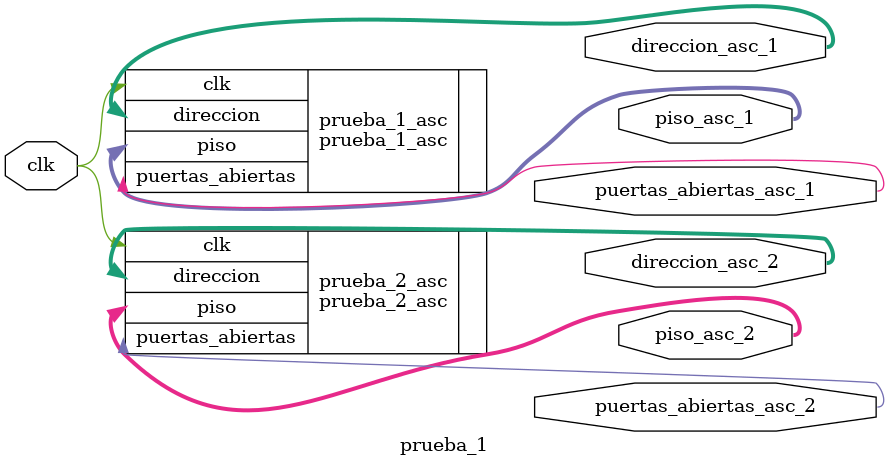
<source format=v>
`timescale 1ns / 1ps
module prueba_1(
		clk,
		
		piso_asc_1,
		piso_asc_2,
		direccion_asc_1,
		direccion_asc_2,
		puertas_abiertas_asc_1,
		puertas_abiertas_asc_2
    );

	input clk;
	
	output [1:0] piso_asc_1;
	output [1:0] piso_asc_2;
	output [1:0] direccion_asc_1;
	output [1:0] direccion_asc_2;
	output puertas_abiertas_asc_1;
	output puertas_abiertas_asc_2;
	
	prueba_1_asc prueba_1_asc (
		.clk(clk),
		
		.piso(piso_asc_1),
		.direccion(direccion_asc_1),
		.puertas_abiertas(puertas_abiertas_asc_1)
	 );
	 
	 prueba_2_asc prueba_2_asc (
		.clk(clk),
		
		.piso(piso_asc_2),
		.direccion(direccion_asc_2),
		.puertas_abiertas(puertas_abiertas_asc_2)
	 );
	
endmodule

</source>
